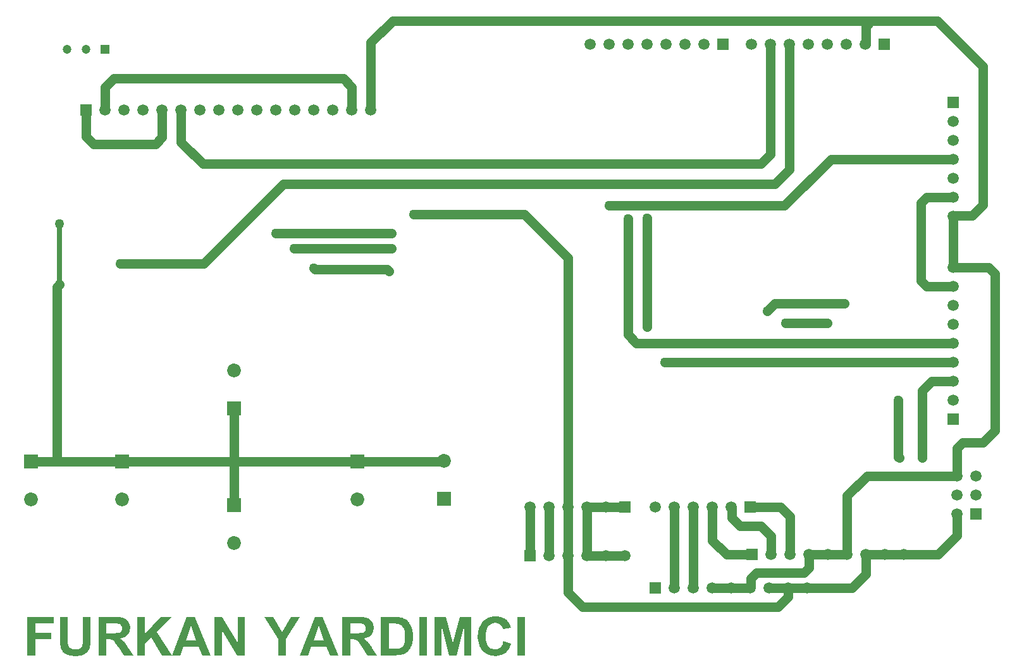
<source format=gbl>
G04*
G04 #@! TF.GenerationSoftware,Altium Limited,Altium Designer,21.0.9 (235)*
G04*
G04 Layer_Physical_Order=2*
G04 Layer_Color=16711680*
%FSLAX44Y44*%
%MOMM*%
G71*
G04*
G04 #@! TF.SameCoordinates,23A475E3-534D-4AA9-8CFC-B78DB4E5A132*
G04*
G04*
G04 #@! TF.FilePolarity,Positive*
G04*
G01*
G75*
%ADD28C,1.2700*%
%ADD29C,0.6350*%
%ADD30C,1.5000*%
%ADD31R,1.5000X1.5000*%
%ADD32R,1.5000X1.5000*%
%ADD33C,1.8500*%
%ADD34R,1.8500X1.8500*%
%ADD35C,1.2000*%
%ADD36R,1.2000X1.2000*%
%ADD37C,1.2700*%
G36*
X766595Y152238D02*
X767409Y152163D01*
X768298Y152015D01*
X769335Y151867D01*
X770446Y151645D01*
X771631Y151349D01*
X772890Y150978D01*
X774149Y150534D01*
X775483Y149942D01*
X776742Y149349D01*
X777927Y148608D01*
X779186Y147719D01*
X780297Y146757D01*
X780371D01*
X780445Y146608D01*
X780667Y146386D01*
X780890Y146164D01*
X781186Y145794D01*
X781482Y145349D01*
X782297Y144312D01*
X783111Y142979D01*
X784000Y141350D01*
X784815Y139498D01*
X785556Y137350D01*
X775334Y134906D01*
Y134980D01*
X775260Y135054D01*
Y135276D01*
X775112Y135573D01*
X774890Y136239D01*
X774520Y137128D01*
X774001Y138165D01*
X773335Y139202D01*
X772446Y140239D01*
X771483Y141128D01*
X771335Y141202D01*
X770965Y141498D01*
X770372Y141868D01*
X769557Y142313D01*
X768520Y142757D01*
X767335Y143127D01*
X766002Y143424D01*
X764521Y143498D01*
X764002D01*
X763558Y143424D01*
X763113Y143350D01*
X762521Y143275D01*
X761262Y142979D01*
X759781Y142461D01*
X758225Y141720D01*
X757410Y141276D01*
X756670Y140757D01*
X755929Y140091D01*
X755263Y139350D01*
Y139276D01*
X755114Y139128D01*
X754966Y138906D01*
X754744Y138535D01*
X754448Y138091D01*
X754152Y137572D01*
X753855Y136906D01*
X753559Y136165D01*
X753189Y135276D01*
X752892Y134313D01*
X752596Y133202D01*
X752300Y132017D01*
X752078Y130684D01*
X751929Y129277D01*
X751855Y127722D01*
X751781Y126018D01*
Y125944D01*
Y125574D01*
Y125055D01*
X751855Y124463D01*
Y123648D01*
X752004Y122685D01*
X752078Y121722D01*
X752226Y120611D01*
X752670Y118315D01*
X753263Y116019D01*
X753633Y114908D01*
X754152Y113871D01*
X754670Y112908D01*
X755263Y112094D01*
X755337Y112020D01*
X755411Y111945D01*
X755633Y111723D01*
X755929Y111427D01*
X756670Y110834D01*
X757707Y110094D01*
X758966Y109279D01*
X760521Y108687D01*
X762299Y108168D01*
X763262Y108094D01*
X764299Y108020D01*
X764669D01*
X764965Y108094D01*
X765780Y108168D01*
X766743Y108316D01*
X767780Y108687D01*
X768965Y109131D01*
X770150Y109724D01*
X771335Y110612D01*
X771483Y110760D01*
X771853Y111131D01*
X772372Y111723D01*
X772964Y112612D01*
X773705Y113797D01*
X774372Y115204D01*
X775038Y116908D01*
X775631Y118908D01*
X785704Y115797D01*
Y115723D01*
X785630Y115427D01*
X785482Y114982D01*
X785259Y114390D01*
X784963Y113723D01*
X784667Y112908D01*
X784296Y112020D01*
X783852Y111057D01*
X782815Y109057D01*
X781482Y106983D01*
X779853Y104983D01*
X778964Y104094D01*
X778001Y103280D01*
X777927Y103206D01*
X777779Y103132D01*
X777482Y102909D01*
X777038Y102613D01*
X776520Y102317D01*
X775853Y102021D01*
X775112Y101650D01*
X774298Y101280D01*
X773335Y100836D01*
X772298Y100465D01*
X771187Y100169D01*
X770002Y99873D01*
X768743Y99576D01*
X767335Y99354D01*
X765928Y99280D01*
X764373Y99206D01*
X763928D01*
X763410Y99280D01*
X762669Y99354D01*
X761854Y99428D01*
X760817Y99576D01*
X759706Y99799D01*
X758447Y100095D01*
X757188Y100465D01*
X755855Y100910D01*
X754448Y101502D01*
X753040Y102169D01*
X751633Y102909D01*
X750226Y103872D01*
X748893Y104909D01*
X747634Y106168D01*
X747560Y106242D01*
X747337Y106465D01*
X747041Y106909D01*
X746597Y107427D01*
X746152Y108168D01*
X745560Y108983D01*
X744967Y110020D01*
X744375Y111205D01*
X743782Y112464D01*
X743190Y113871D01*
X742597Y115501D01*
X742153Y117204D01*
X741708Y118982D01*
X741412Y120982D01*
X741190Y123055D01*
X741116Y125277D01*
Y125351D01*
Y125426D01*
Y125870D01*
X741190Y126537D01*
Y127425D01*
X741338Y128462D01*
X741486Y129721D01*
X741634Y131055D01*
X741930Y132610D01*
X742301Y134165D01*
X742745Y135795D01*
X743264Y137424D01*
X743930Y139128D01*
X744671Y140757D01*
X745560Y142313D01*
X746523Y143794D01*
X747708Y145201D01*
X747782Y145275D01*
X748004Y145498D01*
X748374Y145868D01*
X748893Y146312D01*
X749559Y146831D01*
X750374Y147423D01*
X751263Y148090D01*
X752374Y148756D01*
X753559Y149423D01*
X754818Y150090D01*
X756299Y150682D01*
X757781Y151201D01*
X759484Y151645D01*
X761188Y152015D01*
X763113Y152238D01*
X765039Y152312D01*
X765928D01*
X766595Y152238D01*
D02*
G37*
G36*
X484254Y121574D02*
Y100095D01*
X473884D01*
Y121648D01*
X455145Y151349D01*
X467218D01*
X479291Y131055D01*
X491068Y151349D01*
X502992D01*
X484254Y121574D01*
D02*
G37*
G36*
X311383Y131351D02*
X331751Y100095D01*
X318345D01*
X304198Y124166D01*
X295829Y115575D01*
Y100095D01*
X285459D01*
Y151349D01*
X295829D01*
Y128536D01*
X316863Y151349D01*
X330788D01*
X311383Y131351D01*
D02*
G37*
G36*
X429593Y100095D02*
X419223D01*
X398411Y133869D01*
Y100095D01*
X388856D01*
Y151349D01*
X398855D01*
X420038Y116834D01*
Y151349D01*
X429593D01*
Y100095D01*
D02*
G37*
G36*
X732450D02*
X722896D01*
X722821Y140387D01*
X712748Y100095D01*
X702749D01*
X692676Y140387D01*
Y100095D01*
X683122D01*
Y151349D01*
X698602D01*
X707786Y116315D01*
X716896Y151349D01*
X732450D01*
Y100095D01*
D02*
G37*
G36*
X222799Y124314D02*
Y124241D01*
Y123944D01*
Y123426D01*
Y122833D01*
Y122093D01*
X222725Y121204D01*
Y120241D01*
Y119278D01*
X222577Y117130D01*
X222429Y114908D01*
X222355Y113945D01*
X222207Y112982D01*
X222059Y112094D01*
X221910Y111279D01*
Y111205D01*
X221836Y111131D01*
Y110908D01*
X221762Y110686D01*
X221540Y109946D01*
X221244Y109057D01*
X220799Y108020D01*
X220281Y106983D01*
X219614Y105872D01*
X218800Y104835D01*
X218725Y104687D01*
X218429Y104391D01*
X217911Y103946D01*
X217244Y103354D01*
X216355Y102687D01*
X215318Y102021D01*
X214133Y101280D01*
X212800Y100687D01*
X212726D01*
X212652Y100613D01*
X212430Y100539D01*
X212134Y100465D01*
X211763Y100317D01*
X211319Y100169D01*
X210726Y100021D01*
X210134Y99947D01*
X208727Y99650D01*
X207023Y99354D01*
X205097Y99206D01*
X202949Y99132D01*
X201764D01*
X201098Y99206D01*
X200431D01*
X199616Y99280D01*
X198802Y99354D01*
X197024Y99502D01*
X195172Y99799D01*
X193321Y100243D01*
X192506Y100465D01*
X191765Y100761D01*
X191691D01*
X191617Y100836D01*
X191173Y101058D01*
X190432Y101428D01*
X189617Y101946D01*
X188654Y102613D01*
X187618Y103354D01*
X186655Y104242D01*
X185766Y105205D01*
X185692Y105353D01*
X185396Y105650D01*
X185025Y106242D01*
X184581Y106983D01*
X184137Y107798D01*
X183618Y108761D01*
X183248Y109797D01*
X182877Y110908D01*
Y110983D01*
X182803Y111131D01*
Y111353D01*
X182729Y111723D01*
X182655Y112168D01*
X182581Y112760D01*
X182507Y113427D01*
X182433Y114167D01*
X182285Y115056D01*
X182211Y116019D01*
X182137Y117056D01*
X182063Y118241D01*
X181989Y119500D01*
Y120907D01*
X181915Y122389D01*
Y123944D01*
Y151349D01*
X192284D01*
Y123500D01*
Y123426D01*
Y123203D01*
Y122907D01*
Y122463D01*
Y121870D01*
Y121278D01*
X192358Y119945D01*
Y118463D01*
X192432Y117056D01*
X192506Y116389D01*
Y115797D01*
X192580Y115352D01*
X192654Y114908D01*
Y114760D01*
X192802Y114390D01*
X193025Y113797D01*
X193321Y113056D01*
X193691Y112242D01*
X194284Y111427D01*
X194950Y110538D01*
X195765Y109797D01*
X195913Y109724D01*
X196209Y109501D01*
X196802Y109205D01*
X197542Y108909D01*
X198579Y108538D01*
X199764Y108242D01*
X201098Y108020D01*
X202653Y107946D01*
X203394D01*
X204134Y108020D01*
X205097Y108168D01*
X206208Y108390D01*
X207245Y108687D01*
X208356Y109131D01*
X209245Y109724D01*
X209319Y109797D01*
X209615Y110020D01*
X209986Y110390D01*
X210430Y110908D01*
X210875Y111575D01*
X211319Y112316D01*
X211689Y113131D01*
X211911Y114093D01*
Y114242D01*
X211985Y114612D01*
X212059Y115278D01*
X212208Y116167D01*
Y116760D01*
X212282Y117426D01*
Y118167D01*
X212356Y118908D01*
Y119796D01*
X212430Y120759D01*
Y121796D01*
Y122907D01*
Y151349D01*
X222799D01*
Y124314D01*
D02*
G37*
G36*
X804665Y100095D02*
X794296D01*
Y151349D01*
X804665D01*
Y100095D01*
D02*
G37*
G36*
X673345D02*
X662976D01*
Y151349D01*
X673345D01*
Y100095D01*
D02*
G37*
G36*
X632683Y151275D02*
X634090Y151201D01*
X635645Y151127D01*
X637275Y150904D01*
X638830Y150682D01*
X640237Y150312D01*
X640311D01*
X640460Y150238D01*
X640682Y150164D01*
X640978Y150090D01*
X641867Y149719D01*
X642904Y149201D01*
X644089Y148534D01*
X645422Y147719D01*
X646681Y146757D01*
X647940Y145572D01*
X648014D01*
X648088Y145423D01*
X648459Y144979D01*
X649051Y144238D01*
X649718Y143275D01*
X650533Y142091D01*
X651347Y140683D01*
X652162Y139054D01*
X652829Y137276D01*
Y137202D01*
X652903Y137054D01*
X652977Y136758D01*
X653125Y136387D01*
X653199Y135943D01*
X653347Y135350D01*
X653495Y134684D01*
X653717Y133943D01*
X653866Y133128D01*
X654014Y132166D01*
X654162Y131203D01*
X654236Y130092D01*
X654458Y127796D01*
X654532Y125203D01*
Y125129D01*
Y124907D01*
Y124611D01*
Y124166D01*
X654458Y123574D01*
Y122981D01*
X654384Y122241D01*
X654310Y121426D01*
X654162Y119722D01*
X653866Y117945D01*
X653421Y116093D01*
X652903Y114316D01*
Y114242D01*
X652829Y114093D01*
X652681Y113797D01*
X652532Y113353D01*
X652384Y112908D01*
X652088Y112390D01*
X651496Y111057D01*
X650755Y109649D01*
X649792Y108094D01*
X648681Y106613D01*
X647422Y105205D01*
X647274Y105057D01*
X646903Y104761D01*
X646311Y104317D01*
X645496Y103724D01*
X644459Y103057D01*
X643274Y102391D01*
X641793Y101724D01*
X640163Y101132D01*
X640089D01*
X640015Y101058D01*
X639793D01*
X639571Y100984D01*
X638756Y100836D01*
X637719Y100613D01*
X636460Y100391D01*
X634905Y100243D01*
X633053Y100169D01*
X631053Y100095D01*
X611648D01*
Y151349D01*
X632090D01*
X632683Y151275D01*
D02*
G37*
G36*
X583725D02*
X584539D01*
X585354Y151201D01*
X586317D01*
X588243Y150978D01*
X590243Y150756D01*
X592094Y150386D01*
X592909Y150164D01*
X593650Y149942D01*
X593724D01*
X593798Y149867D01*
X594242Y149645D01*
X594909Y149275D01*
X595798Y148830D01*
X596760Y148090D01*
X597723Y147275D01*
X598686Y146238D01*
X599575Y144979D01*
Y144905D01*
X599649Y144831D01*
X599797Y144609D01*
X599945Y144387D01*
X600316Y143646D01*
X600760Y142683D01*
X601130Y141498D01*
X601501Y140165D01*
X601797Y138609D01*
X601871Y136980D01*
Y136906D01*
Y136758D01*
Y136387D01*
X601797Y136017D01*
Y135499D01*
X601723Y134980D01*
X601427Y133647D01*
X601056Y132092D01*
X600464Y130536D01*
X599575Y128907D01*
X599057Y128166D01*
X598464Y127425D01*
X598390Y127351D01*
X598316Y127277D01*
X598094Y127055D01*
X597797Y126833D01*
X597501Y126537D01*
X597057Y126166D01*
X596538Y125796D01*
X595946Y125426D01*
X595279Y124981D01*
X594464Y124611D01*
X593650Y124241D01*
X592761Y123870D01*
X591724Y123500D01*
X590687Y123203D01*
X589576Y122907D01*
X588317Y122685D01*
X588391D01*
X588465Y122611D01*
X588909Y122315D01*
X589502Y121944D01*
X590243Y121426D01*
X591131Y120759D01*
X592020Y120093D01*
X592983Y119278D01*
X593798Y118389D01*
X593872Y118315D01*
X594242Y117945D01*
X594687Y117352D01*
X595353Y116463D01*
X596242Y115352D01*
X596686Y114612D01*
X597205Y113871D01*
X597797Y113056D01*
X598390Y112168D01*
X599057Y111131D01*
X599723Y110094D01*
X606019Y100095D01*
X593576D01*
X586169Y111205D01*
X586095Y111279D01*
X586021Y111501D01*
X585799Y111797D01*
X585502Y112168D01*
X585206Y112612D01*
X584836Y113205D01*
X584021Y114390D01*
X583058Y115723D01*
X582169Y116908D01*
X581355Y118019D01*
X580984Y118389D01*
X580688Y118760D01*
X580614Y118834D01*
X580466Y118982D01*
X580169Y119278D01*
X579799Y119648D01*
X579281Y119945D01*
X578762Y120315D01*
X578170Y120611D01*
X577577Y120907D01*
X577503D01*
X577281Y120982D01*
X576911Y121130D01*
X576318Y121204D01*
X575577Y121352D01*
X574689Y121426D01*
X573652Y121500D01*
X570319D01*
Y100095D01*
X559949D01*
Y151349D01*
X583058D01*
X583725Y151275D01*
D02*
G37*
G36*
X554394Y100095D02*
X543210D01*
X538766Y111723D01*
X518176D01*
X513954Y100095D01*
X502992D01*
X522842Y151349D01*
X533804D01*
X554394Y100095D01*
D02*
G37*
G36*
X383301D02*
X372117D01*
X367673Y111723D01*
X347083D01*
X342861Y100095D01*
X331899D01*
X351749Y151349D01*
X362711D01*
X383301Y100095D01*
D02*
G37*
G36*
X257536Y151275D02*
X258351D01*
X259166Y151201D01*
X260129D01*
X262054Y150978D01*
X264054Y150756D01*
X265906Y150386D01*
X266721Y150164D01*
X267461Y149942D01*
X267535D01*
X267609Y149867D01*
X268054Y149645D01*
X268720Y149275D01*
X269609Y148830D01*
X270572Y148090D01*
X271535Y147275D01*
X272498Y146238D01*
X273386Y144979D01*
Y144905D01*
X273461Y144831D01*
X273609Y144609D01*
X273757Y144387D01*
X274127Y143646D01*
X274572Y142683D01*
X274942Y141498D01*
X275312Y140165D01*
X275609Y138609D01*
X275683Y136980D01*
Y136906D01*
Y136758D01*
Y136387D01*
X275609Y136017D01*
Y135499D01*
X275534Y134980D01*
X275238Y133647D01*
X274868Y132092D01*
X274275Y130536D01*
X273386Y128907D01*
X272868Y128166D01*
X272276Y127425D01*
X272201Y127351D01*
X272127Y127277D01*
X271905Y127055D01*
X271609Y126833D01*
X271313Y126537D01*
X270868Y126166D01*
X270350Y125796D01*
X269757Y125426D01*
X269091Y124981D01*
X268276Y124611D01*
X267461Y124241D01*
X266572Y123870D01*
X265536Y123500D01*
X264499Y123203D01*
X263388Y122907D01*
X262128Y122685D01*
X262202D01*
X262276Y122611D01*
X262721Y122315D01*
X263314Y121944D01*
X264054Y121426D01*
X264943Y120759D01*
X265832Y120093D01*
X266795Y119278D01*
X267609Y118389D01*
X267683Y118315D01*
X268054Y117945D01*
X268498Y117352D01*
X269165Y116463D01*
X270054Y115352D01*
X270498Y114612D01*
X271016Y113871D01*
X271609Y113056D01*
X272201Y112168D01*
X272868Y111131D01*
X273535Y110094D01*
X279830Y100095D01*
X267387D01*
X259981Y111205D01*
X259906Y111279D01*
X259832Y111501D01*
X259610Y111797D01*
X259314Y112168D01*
X259018Y112612D01*
X258647Y113205D01*
X257833Y114390D01*
X256870Y115723D01*
X255981Y116908D01*
X255166Y118019D01*
X254796Y118389D01*
X254500Y118760D01*
X254426Y118834D01*
X254277Y118982D01*
X253981Y119278D01*
X253611Y119648D01*
X253092Y119945D01*
X252574Y120315D01*
X251981Y120611D01*
X251389Y120907D01*
X251315D01*
X251092Y120982D01*
X250722Y121130D01*
X250130Y121204D01*
X249389Y121352D01*
X248500Y121426D01*
X247463Y121500D01*
X244130D01*
Y100095D01*
X233761D01*
Y151349D01*
X256870D01*
X257536Y151275D01*
D02*
G37*
G36*
X173471Y142683D02*
X148659D01*
Y130536D01*
X170064D01*
Y121870D01*
X148659D01*
Y100095D01*
X138289D01*
Y151349D01*
X173471D01*
Y142683D01*
D02*
G37*
%LPC*%
G36*
X628757D02*
X622017D01*
Y108761D01*
X631127D01*
X632090Y108835D01*
X633127D01*
X634164Y108983D01*
X635127Y109057D01*
X635942Y109205D01*
X636090D01*
X636386Y109353D01*
X636830Y109501D01*
X637423Y109724D01*
X638089Y110020D01*
X638756Y110390D01*
X639423Y110834D01*
X640089Y111353D01*
X640163Y111427D01*
X640386Y111649D01*
X640682Y112020D01*
X641052Y112538D01*
X641422Y113205D01*
X641941Y114019D01*
X642311Y115056D01*
X642756Y116241D01*
Y116315D01*
X642830Y116389D01*
Y116612D01*
X642904Y116908D01*
X643052Y117204D01*
X643126Y117649D01*
X643348Y118760D01*
X643496Y120093D01*
X643718Y121648D01*
X643793Y123574D01*
X643867Y125648D01*
Y125722D01*
Y125944D01*
Y126240D01*
Y126611D01*
Y127129D01*
X643793Y127722D01*
X643718Y128981D01*
X643570Y130462D01*
X643422Y132017D01*
X643126Y133425D01*
X642756Y134758D01*
Y134832D01*
X642682Y134906D01*
X642533Y135276D01*
X642311Y135869D01*
X642015Y136610D01*
X641571Y137350D01*
X641052Y138165D01*
X640460Y138980D01*
X639793Y139720D01*
X639719Y139794D01*
X639497Y140017D01*
X639052Y140313D01*
X638534Y140683D01*
X637793Y141128D01*
X636978Y141498D01*
X636090Y141868D01*
X635053Y142164D01*
X634979D01*
X634608Y142239D01*
X634016Y142313D01*
X633201Y142461D01*
X632683D01*
X632016Y142535D01*
X631349D01*
X630609Y142609D01*
X629720D01*
X628757Y142683D01*
D02*
G37*
G36*
X582169D02*
X570319D01*
Y129647D01*
X580392D01*
X581873Y129721D01*
X583428Y129795D01*
X584984Y129869D01*
X585650Y129944D01*
X586243Y130018D01*
X586836Y130166D01*
X587206Y130240D01*
X587280D01*
X587502Y130388D01*
X587872Y130536D01*
X588243Y130758D01*
X589206Y131425D01*
X589650Y131869D01*
X590094Y132388D01*
X590168Y132462D01*
X590243Y132684D01*
X590465Y132980D01*
X590687Y133425D01*
X590835Y134017D01*
X591057Y134684D01*
X591131Y135424D01*
X591205Y136239D01*
Y136387D01*
Y136684D01*
X591131Y137128D01*
X591057Y137721D01*
X590835Y138387D01*
X590613Y139054D01*
X590243Y139794D01*
X589798Y140387D01*
X589724Y140461D01*
X589576Y140683D01*
X589206Y140905D01*
X588761Y141276D01*
X588243Y141646D01*
X587576Y141942D01*
X586761Y142239D01*
X585873Y142461D01*
X585799D01*
X585576Y142535D01*
X585132D01*
X584465Y142609D01*
X582836D01*
X582169Y142683D01*
D02*
G37*
G36*
X528249Y139424D02*
X521287Y120389D01*
X535433D01*
X528249Y139424D01*
D02*
G37*
G36*
X357156D02*
X350193Y120389D01*
X364340D01*
X357156Y139424D01*
D02*
G37*
G36*
X255981Y142683D02*
X244130D01*
Y129647D01*
X254203D01*
X255685Y129721D01*
X257240Y129795D01*
X258795Y129869D01*
X259462Y129944D01*
X260054Y130018D01*
X260647Y130166D01*
X261017Y130240D01*
X261091D01*
X261314Y130388D01*
X261684Y130536D01*
X262054Y130758D01*
X263017Y131425D01*
X263462Y131869D01*
X263906Y132388D01*
X263980Y132462D01*
X264054Y132684D01*
X264276Y132980D01*
X264499Y133425D01*
X264647Y134017D01*
X264869Y134684D01*
X264943Y135424D01*
X265017Y136239D01*
Y136387D01*
Y136684D01*
X264943Y137128D01*
X264869Y137721D01*
X264647Y138387D01*
X264424Y139054D01*
X264054Y139794D01*
X263610Y140387D01*
X263536Y140461D01*
X263388Y140683D01*
X263017Y140905D01*
X262573Y141276D01*
X262054Y141646D01*
X261388Y141942D01*
X260573Y142239D01*
X259684Y142461D01*
X259610D01*
X259388Y142535D01*
X258944D01*
X258277Y142609D01*
X256647D01*
X255981Y142683D01*
D02*
G37*
%LPD*%
D28*
X1260670Y209110D02*
Y234510D01*
X1348740Y467360D02*
X1377950D01*
X1336040Y454660D02*
X1348740Y467360D01*
X1242060Y190500D02*
X1260670Y209110D01*
X1182370Y190500D02*
X1242060D01*
X1311910Y234950D02*
X1357630D01*
X862330Y184150D02*
X881380Y165100D01*
X1143000D01*
X1156530Y178630D01*
X862330Y184150D02*
Y233680D01*
X991870Y492760D02*
X1377950D01*
X177800Y359410D02*
Y593090D01*
Y359410D02*
X265430D01*
X177800Y593090D02*
X181610Y596900D01*
X143510Y359410D02*
X177800D01*
X953770Y518160D02*
X1377950D01*
X1356360Y949960D02*
X1417320Y889000D01*
X1156530Y190060D02*
X1156970Y190500D01*
X1182370D01*
X1080770D02*
X1106170D01*
X1106610Y190940D01*
X1131570Y190500D02*
X1156970D01*
X1055370D02*
X1080770D01*
X1106610Y190940D02*
Y203381D01*
X1004570Y190500D02*
Y298450D01*
X1029970Y190500D02*
Y298450D01*
X1114050Y210820D02*
X1177470D01*
X1106610Y203381D02*
X1114050Y210820D01*
X1177470D02*
X1184470Y217819D01*
X1342209Y594360D02*
X1377950D01*
X1334770Y706301D02*
X1342209Y713740D01*
X1151890Y702310D02*
X1214120Y764540D01*
X1139190Y731520D02*
X1158240Y750570D01*
X1342209Y713740D02*
X1377950D01*
X1261110Y764540D02*
X1377950D01*
X1383030Y377370D02*
X1390470Y384810D01*
X1417320D01*
X1383030Y340360D02*
Y377370D01*
X1417320Y384810D02*
X1433830Y401320D01*
Y610870D01*
X1417320Y703580D02*
Y889000D01*
X1262380Y340360D02*
X1383030D01*
X1357630Y234950D02*
X1383030Y260350D01*
Y289560D01*
X1424940Y619760D02*
X1433830Y610870D01*
X1334770Y601800D02*
X1342209Y594360D01*
X1334770Y601800D02*
Y706301D01*
X1267720Y949960D02*
X1356360D01*
X265430Y359410D02*
X415290D01*
X1156530Y178630D02*
Y190060D01*
X374650Y624840D02*
X481330Y731520D01*
X262890Y624840D02*
X374650D01*
X916940Y702310D02*
X1151890D01*
X481330Y731520D02*
X1139190D01*
X1377950Y619760D02*
X1424940D01*
X1377950Y688340D02*
X1378390Y688780D01*
X1402520D01*
X1377950Y619760D02*
Y688340D01*
X1402520Y688780D02*
X1417320Y703580D01*
X695325Y360045D02*
X695960Y360680D01*
X580390Y359410D02*
X581025Y360045D01*
X415290Y359410D02*
Y430530D01*
Y359410D02*
X580390D01*
X581025Y360045D02*
X695325D01*
X415290Y300990D02*
Y359410D01*
X942340Y529590D02*
Y684530D01*
X1129030Y561340D02*
X1139190Y571500D01*
X967740Y539750D02*
Y685800D01*
X1139190Y571500D02*
X1231900D01*
X1153160Y544830D02*
X1209040D01*
X1159510Y234950D02*
Y285750D01*
X1133670Y235390D02*
X1134110Y234950D01*
X1133670Y235390D02*
Y259520D01*
X1120140Y273050D02*
X1133670Y259520D01*
X1106170Y298450D02*
X1146810D01*
X1092200Y273050D02*
X1120140D01*
X1146810Y298450D02*
X1159510Y285750D01*
X521970Y618490D02*
X523240Y617220D01*
X803910Y690880D02*
X862330Y632460D01*
X655320Y690880D02*
X803910D01*
X619760Y617220D02*
X622300Y614680D01*
X523240Y617220D02*
X619760D01*
X471170Y665480D02*
X626110D01*
X495300Y645160D02*
X626110D01*
X1260670Y234510D02*
X1261110Y234950D01*
X1235710D02*
Y313690D01*
X1261110Y234950D02*
X1286510D01*
X1235710Y313690D02*
X1262380Y340360D01*
X1286510Y234950D02*
X1311910D01*
X1304290Y365760D02*
Y441960D01*
X1336040Y364490D02*
Y454660D01*
X1304290Y365760D02*
X1305560Y364490D01*
X942340Y529590D02*
X953770Y518160D01*
X862330Y298450D02*
Y632460D01*
X1184470Y217819D02*
Y234510D01*
X1184910Y234950D01*
X1210310D02*
X1235710D01*
X1184910D02*
X1210310D01*
X836930Y233680D02*
Y298450D01*
X811530Y233680D02*
Y298450D01*
X887730Y233680D02*
X913130D01*
X938530D01*
X887730Y298450D02*
X913130D01*
X938530D01*
X887730Y233680D02*
Y298450D01*
X862330Y233680D02*
Y298450D01*
X1055370Y254000D02*
Y298450D01*
Y254000D02*
X1074420Y234950D01*
X1081210Y284040D02*
X1092200Y273050D01*
X1074420Y234950D02*
X1108710D01*
X1081210Y284040D02*
Y298010D01*
X1080770Y298450D02*
X1081210Y298010D01*
X344170Y787400D02*
X373380Y758190D01*
X309880Y784860D02*
X318770Y793750D01*
X267970Y784860D02*
X309880D01*
X227330D02*
X267970D01*
X344170Y787400D02*
Y830580D01*
X217170Y795020D02*
Y830580D01*
X318770Y793750D02*
Y830580D01*
X217170Y795020D02*
X227330Y784860D01*
X242570Y830580D02*
Y861060D01*
X254000Y872490D01*
X1158240Y750570D02*
Y918210D01*
X1132840Y770890D02*
Y918210D01*
X1214120Y764540D02*
X1261110D01*
X1259840Y918210D02*
X1260280Y918650D01*
Y942521D02*
X1267720Y949960D01*
X598170Y920750D02*
X627380Y949960D01*
X1260280Y918650D02*
Y942521D01*
X627380Y949960D02*
X1267720D01*
X572770Y830580D02*
Y861060D01*
X254000Y872490D02*
X561340D01*
X572770Y861060D01*
X373380Y758190D02*
X1120140D01*
X1132840Y770890D01*
X598170Y830580D02*
Y920750D01*
D29*
X181610Y596900D02*
Y678180D01*
D30*
X1004570Y190500D02*
D03*
X1182370D02*
D03*
X1156970D02*
D03*
X1131570D02*
D03*
X1106170D02*
D03*
X1080770D02*
D03*
X1055370D02*
D03*
X1029970D02*
D03*
X598170Y830580D02*
D03*
X572770D02*
D03*
X547370D02*
D03*
X521970D02*
D03*
X496570D02*
D03*
X471170D02*
D03*
X445770D02*
D03*
X420370D02*
D03*
X394970D02*
D03*
X369570D02*
D03*
X344170D02*
D03*
X318770D02*
D03*
X293370D02*
D03*
X267970D02*
D03*
X242570D02*
D03*
X979170Y298450D02*
D03*
X1004570D02*
D03*
X1029970D02*
D03*
X1055370D02*
D03*
X1080770D02*
D03*
X1134110Y234950D02*
D03*
X1311910D02*
D03*
X1286510D02*
D03*
X1261110D02*
D03*
X1235710D02*
D03*
X1210310D02*
D03*
X1184910D02*
D03*
X1159510D02*
D03*
X1377950Y441960D02*
D03*
Y619760D02*
D03*
Y594360D02*
D03*
Y568960D02*
D03*
Y543560D02*
D03*
Y518160D02*
D03*
Y492760D02*
D03*
Y467360D02*
D03*
X891540Y918210D02*
D03*
X916940D02*
D03*
X942340D02*
D03*
X967740D02*
D03*
X993140D02*
D03*
X1018540D02*
D03*
X1043940D02*
D03*
X1107440D02*
D03*
X1132840D02*
D03*
X1158240D02*
D03*
X1183640D02*
D03*
X1209040D02*
D03*
X1234440D02*
D03*
X1259840D02*
D03*
X1377950Y789940D02*
D03*
Y815340D02*
D03*
Y764540D02*
D03*
Y739140D02*
D03*
Y713740D02*
D03*
Y688340D02*
D03*
X1383030Y340360D02*
D03*
X1408430D02*
D03*
X1383030Y314960D02*
D03*
X1408430D02*
D03*
X1383030Y289560D02*
D03*
X938530Y233680D02*
D03*
X913130D02*
D03*
X887730D02*
D03*
X862330D02*
D03*
X836930D02*
D03*
X811530Y298450D02*
D03*
X836930D02*
D03*
X862330D02*
D03*
X887730D02*
D03*
X913130D02*
D03*
D31*
X979170Y190500D02*
D03*
X217170Y830580D02*
D03*
X1106170Y298450D02*
D03*
X1108710Y234950D02*
D03*
X1069340Y918210D02*
D03*
X1285240D02*
D03*
X811530Y233680D02*
D03*
X938530Y298450D02*
D03*
D32*
X1377950Y416560D02*
D03*
Y840740D02*
D03*
X1408430Y289560D02*
D03*
D33*
X143510Y308610D02*
D03*
X695960Y360680D02*
D03*
X265430Y308610D02*
D03*
X580390D02*
D03*
X415290Y481330D02*
D03*
Y250190D02*
D03*
D34*
X143510Y359410D02*
D03*
X695960Y309880D02*
D03*
X265430Y359410D02*
D03*
X580390D02*
D03*
X415290Y430530D02*
D03*
Y300990D02*
D03*
D35*
X191770Y911860D02*
D03*
X217170D02*
D03*
D36*
X242570D02*
D03*
D37*
X1129030Y561340D02*
D03*
X1261110Y764540D02*
D03*
X1336040Y364490D02*
D03*
X1305560D02*
D03*
X1304290Y441960D02*
D03*
X1231900Y571500D02*
D03*
X1153160Y544830D02*
D03*
X1209040D02*
D03*
X495300Y645160D02*
D03*
X916940Y702310D02*
D03*
X622300Y614680D02*
D03*
X967740Y685800D02*
D03*
X942340Y684530D02*
D03*
X967740Y539750D02*
D03*
X991870Y492760D02*
D03*
X626110Y665480D02*
D03*
X655320Y690880D02*
D03*
X626110Y645160D02*
D03*
X267970Y784860D02*
D03*
X262890Y624840D02*
D03*
X181610Y596900D02*
D03*
Y678180D02*
D03*
X471170Y665480D02*
D03*
X521970Y830580D02*
D03*
Y618490D02*
D03*
M02*

</source>
